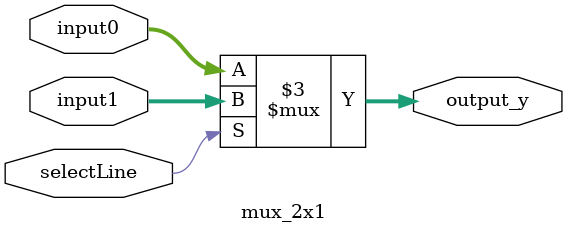
<source format=v>
module mux_2x1 #(parameter regSize = 4)(output reg [regSize-1:0] output_y, input [regSize-1:0] input0, input [regSize-1:0] input1, input selectLine);
    always @(*) begin
        if (selectLine) begin
            output_y = input1;    // Select in1 (branchPC) if branch is taken
            //  $display("mux 1");
        end else begin
            output_y = input0;    // Select in0 (PC + 4) if branch is not taken
            // $display("mux 0");
    end
    // $display("nextPC is %d %d %d %d" ,input0, input1 , selectLine, output_y);
    end
endmodule

// module mux2x1_4bit(input regSize,output reg [regSize-1:0] output_y, input [regSize-1:0] input0, input [regSize-1:0] input1, input selectLine);
//     always @(*) begin
//         if (selectLine) begin
//             output_y = input1;    // Select in1 (branchPC) if branch is taken
//             //  $display("mux 1");
//         end else begin
//             output_y = input0;    // Select in0 (PC + 4) if branch is not taken
//             // $display("mux 0");
//     end
//     // $display("nextPC is %d %d %d %d" ,input0, input1 , selectLine, output_y);
//     end
// endmodule
</source>
